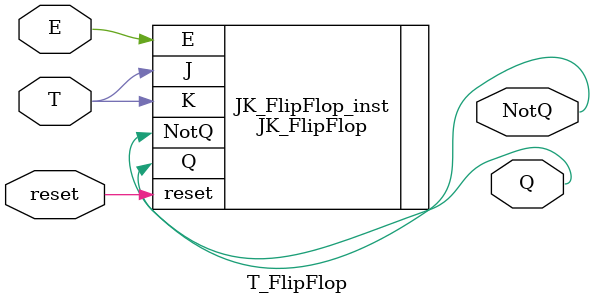
<source format=v>
module T_FlipFlop(
    input reset,
    input T,
    input E,
    output Q,
    output NotQ
    );
    
    
    JK_FlipFlop JK_FlipFlop_inst (
           .reset(reset),
           .J(T),
           .K(T),
           .E(E),
           .Q(Q),
           .NotQ(NotQ)
    );
endmodule

</source>
